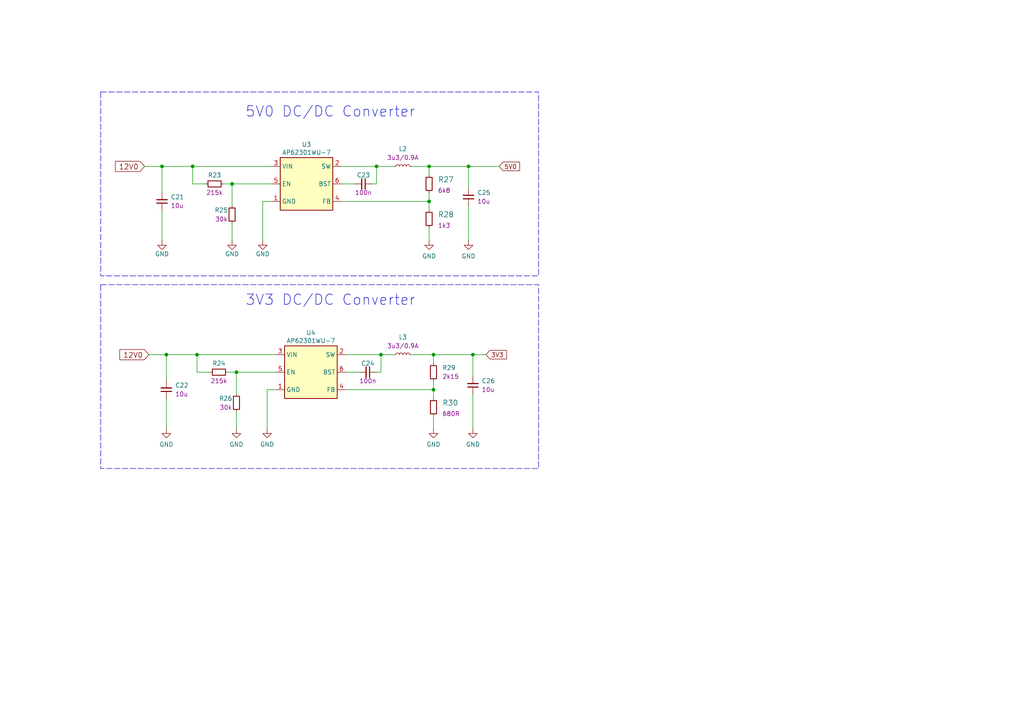
<source format=kicad_sch>
(kicad_sch (version 20230121) (generator eeschema)
  (paper "A4")
  (lib_symbols
    (symbol "antmicroCapacitors0402:C_100n_50V_X8L_0402" (pin_numbers hide) (pin_names hide)
      (property "Reference" "C" (at 15.24 -5.08 0))
      (property "Val" "100n" (at 15.24 -7.62 0))
      (symbol "C_100n_50V_X8L_0402_0_1"
        (polyline (pts (xy 2.032 -1.524) (xy 2.032 1.524)) (stroke (width 0.3048)))
        (polyline (pts (xy 3.048 -1.524) (xy 3.048 1.524)) (stroke (width 0.3302)))
      )
      (symbol "C_100n_50V_X8L_0402_1_1"
        (pin passive line (at 0 0 0) (length 2.032) (name "~") (number "1"))
        (pin passive line (at 5.08 0 180) (length 2.032) (name "~") (number "2"))
      )
    )
    (symbol "antmicroCapacitors0603:C_10u_25V_0603" (pin_numbers hide) (pin_names hide)
      (property "Reference" "C" (at 20.32 -5.08 0))
      (property "Val" "10u" (at 20.32 -7.62 0))
      (symbol "C_10u_25V_0603_0_1"
        (polyline (pts (xy 2.032 -1.524) (xy 2.032 1.524)) (stroke (width 0.3048)))
        (polyline (pts (xy 3.048 -1.524) (xy 3.048 1.524)) (stroke (width 0.3302)))
      )
      (symbol "C_10u_25V_0603_1_1"
        (pin passive line (at 0 0 0) (length 2.032) (name "~") (number "1"))
        (pin passive line (at 5.08 0 180) (length 2.032) (name "~") (number "2"))
      )
    )
    (symbol "antmicroDCDCConverters:AP62301_TSOT"
      (property "Reference" "U" (at 35.56 -2.54 0))
      (property "MPN" "AP62301WU-7" (at 35.56 -5.08 0))
      (symbol "AP62301_TSOT_1_1"
        (rectangle (start 2.54 2.54) (end 17.78 -12.7) (stroke (width 0.254)) (fill (type background)))
        (pin power_in line (at 0 -10.16 0) (length 2.54) (name "GND") (number "1"))
        (pin power_out line (at 20.32 0 180) (length 2.54) (name "SW") (number "2"))
        (pin power_in line (at 0 0 0) (length 2.54) (name "VIN") (number "3"))
        (pin input line (at 20.32 -10.16 180) (length 2.54) (name "FB") (number "4"))
        (pin input line (at 0 -5.08 0) (length 2.54) (name "EN") (number "5"))
        (pin output line (at 20.32 -5.08 180) (length 2.54) (name "BST") (number "6"))
      )
    )
    (symbol "antmicroFixedInductors:L_3u3_0.9A_0805" (pin_numbers hide) (pin_names hide)
      (property "Reference" "L" (at 13.97 0 0))
      (property "Val" "3u3/0.9A" (at 13.97 -5.08 0))
      (symbol "L_3u3_0.9A_0805_0_1"
        (arc (start 1.524 0) (mid 1.016 0.5058) (end 0.508 0))
        (arc (start 2.54 0) (mid 2.032 0.5058) (end 1.524 0))
        (arc (start 3.556 0) (mid 3.048 0.5058) (end 2.54 0))
        (arc (start 4.572 0) (mid 4.064 0.5058) (end 3.556 0))
      )
      (symbol "L_3u3_0.9A_0805_1_1"
        (pin passive line (at 0 0 0) (length 0.508) (name "~") (number "1"))
        (pin passive line (at 5.08 0 180) (length 0.508) (name "~") (number "2"))
      )
    )
    (symbol "antmicroResistors0402:R_1k3_0402" (pin_numbers hide) (pin_names hide)
      (property "Reference" "R" (at 20.32 -5.08 0))
      (property "Val" "1k3" (at 20.32 -7.62 0))
      (symbol "R_1k3_0402_0_1"
        (rectangle (start 0.635 0.889) (end 4.445 -0.889) (stroke (width 0.254)))
      )
      (symbol "R_1k3_0402_1_1"
        (pin passive line (at 0 0 0) (length 0.635) (name "~") (number "1"))
        (pin passive line (at 5.08 0 180) (length 0.635) (name "~") (number "2"))
      )
    )
    (symbol "antmicroResistors0402:R_215k_0402" (pin_numbers hide) (pin_names hide)
      (property "Reference" "R" (at 20.32 -5.08 0))
      (property "Val" "215k" (at 20.32 -7.62 0))
      (symbol "R_215k_0402_0_1"
        (rectangle (start 0.635 0.889) (end 4.445 -0.889) (stroke (width 0.254)))
      )
      (symbol "R_215k_0402_1_1"
        (pin passive line (at 0 0 0) (length 0.635) (name "~") (number "1"))
        (pin passive line (at 5.08 0 180) (length 0.635) (name "~") (number "2"))
      )
    )
    (symbol "antmicroResistors0402:R_2k15_0402" (pin_numbers hide) (pin_names hide)
      (property "Reference" "R" (at 20.32 -5.08 0))
      (property "MPN" "CRCW04022K00FKED" (at 27.94 -6.35 0))
      (property "Val" "2k15" (at 22.86 -8.89 0))
      (symbol "R_2k15_0402_0_1"
        (rectangle (start 0.635 0.889) (end 4.445 -0.889) (stroke (width 0.254)))
      )
      (symbol "R_2k15_0402_1_1"
        (pin passive line (at 0 0 0) (length 0.635) (name "~") (number "1"))
        (pin passive line (at 5.08 0 180) (length 0.635) (name "~") (number "2"))
      )
    )
    (symbol "antmicroResistors0402:R_30k_0402" (pin_numbers hide) (pin_names hide)
      (property "Reference" "R" (at 20.32 -5.08 0))
      (property "Val" "30k" (at 20.32 -7.62 0))
      (symbol "R_30k_0402_0_1"
        (rectangle (start 0.635 0.889) (end 4.445 -0.889) (stroke (width 0.254)))
      )
      (symbol "R_30k_0402_1_1"
        (pin passive line (at 0 0 0) (length 0.635) (name "~") (number "1"))
        (pin passive line (at 5.08 0 180) (length 0.635) (name "~") (number "2"))
      )
    )
    (symbol "antmicroResistors0402:R_680R_0402" (pin_numbers hide) (pin_names hide)
      (property "Reference" "R" (at 20.32 -5.08 0))
      (property "Val" "680R" (at 20.32 -7.62 0))
      (symbol "R_680R_0402_0_1"
        (rectangle (start 0.635 0.889) (end 4.445 -0.889) (stroke (width 0.254)))
      )
      (symbol "R_680R_0402_1_1"
        (pin passive line (at 0 0 0) (length 0.635) (name "~") (number "1"))
        (pin passive line (at 5.08 0 180) (length 0.635) (name "~") (number "2"))
      )
    )
    (symbol "antmicroResistors0402:R_6k8_0402" (pin_numbers hide) (pin_names hide)
      (property "Reference" "R" (at 20.32 -5.08 0))
      (property "Val" "6k8" (at 20.32 -7.62 0))
      (symbol "R_6k8_0402_0_1"
        (rectangle (start 0.635 0.889) (end 4.445 -0.889) (stroke (width 0.254)))
      )
      (symbol "R_6k8_0402_1_1"
        (pin passive line (at 0 0 0) (length 0.635) (name "~") (number "1"))
        (pin passive line (at 5.08 0 180) (length 0.635) (name "~") (number "2"))
      )
    )
    (symbol "antmicropower:GND" (power) (pin_numbers hide) (pin_names hide)
      (property "Value" "GND" (at 8.89 -5.08 0))
      (symbol "GND_1_1"
        (polyline (pts (xy 0 0) (xy 0 -1.27) (xy 1.27 -1.27) (xy 0 -2.54) (xy -1.27 -1.27) (xy 0 -1.27)))
        (pin power_in line (at 0 0 270) (length 0) (name "GND") (number "1"))
      )
    )
  )
  (junction (at 110.49 102.87))
  (junction (at 137.16 102.87))
  (junction (at 67.31 53.34))
  (junction (at 125.73 113.03))
  (junction (at 125.73 102.87))
  (junction (at 57.15 102.87))
  (junction (at 124.46 48.26))
  (junction (at 109.22 48.26))
  (junction (at 55.88 48.26))
  (junction (at 124.46 58.42))
  (junction (at 46.99 48.26))
  (junction (at 135.89 48.26))
  (junction (at 48.26 102.87))
  (junction (at 68.58 107.95))
  (wire (pts (xy 125.73 102.87) (xy 125.73 105.41)))
  (wire (pts (xy 77.47 113.03) (xy 80.01 113.03)))
  (wire (pts (xy 135.89 48.26) (xy 144.78 48.26)))
  (wire (pts (xy 76.2 69.85) (xy 76.2 58.42)))
  (wire (pts (xy 68.58 107.95) (xy 68.58 114.3)))
  (wire (pts (xy 100.33 113.03) (xy 125.73 113.03)))
  (wire (pts (xy 125.73 120.65) (xy 125.73 124.46)))
  (wire (pts (xy 125.73 110.49) (xy 125.73 113.03)))
  (wire (pts (xy 46.99 55.88) (xy 46.99 48.26)))
  (wire (pts (xy 107.95 53.34) (xy 109.22 53.34)))
  (wire (pts (xy 55.88 48.26) (xy 78.74 48.26)))
  (wire (pts (xy 110.49 102.87) (xy 114.3 102.87)))
  (wire (pts (xy 99.06 53.34) (xy 102.87 53.34)))
  (wire (pts (xy 135.89 54.61) (xy 135.89 48.26)))
  (wire (pts (xy 55.88 53.34) (xy 55.88 48.26)))
  (wire (pts (xy 57.15 107.95) (xy 57.15 102.87)))
  (wire (pts (xy 109.22 107.95) (xy 110.49 107.95)))
  (wire (pts (xy 68.58 107.95) (xy 80.01 107.95)))
  (wire (pts (xy 109.22 48.26) (xy 109.22 53.34)))
  (wire (pts (xy 137.16 114.3) (xy 137.16 124.46)))
  (wire (pts (xy 48.26 102.87) (xy 57.15 102.87)))
  (wire (pts (xy 60.96 107.95) (xy 57.15 107.95)))
  (wire (pts (xy 137.16 109.22) (xy 137.16 102.87)))
  (wire (pts (xy 100.33 102.87) (xy 110.49 102.87)))
  (wire (pts (xy 67.31 53.34) (xy 67.31 59.69)))
  (wire (pts (xy 119.38 102.87) (xy 125.73 102.87)))
  (wire (pts (xy 125.73 102.87) (xy 137.16 102.87)))
  (wire (pts (xy 48.26 110.49) (xy 48.26 102.87)))
  (wire (pts (xy 68.58 119.38) (xy 68.58 124.46)))
  (wire (pts (xy 137.16 102.87) (xy 140.97 102.87)))
  (wire (pts (xy 99.06 48.26) (xy 109.22 48.26)))
  (wire (pts (xy 67.31 53.34) (xy 78.74 53.34)))
  (wire (pts (xy 124.46 48.26) (xy 124.46 50.8)))
  (wire (pts (xy 59.69 53.34) (xy 55.88 53.34)))
  (wire (pts (xy 135.89 59.69) (xy 135.89 69.85)))
  (wire (pts (xy 119.38 48.26) (xy 124.46 48.26)))
  (wire (pts (xy 77.47 124.46) (xy 77.47 113.03)))
  (wire (pts (xy 100.33 107.95) (xy 104.14 107.95)))
  (wire (pts (xy 124.46 48.26) (xy 135.89 48.26)))
  (wire (pts (xy 64.77 53.34) (xy 67.31 53.34)))
  (wire (pts (xy 48.26 102.87) (xy 43.18 102.87)))
  (wire (pts (xy 109.22 48.26) (xy 114.3 48.26)))
  (wire (pts (xy 76.2 58.42) (xy 78.74 58.42)))
  (wire (pts (xy 57.15 102.87) (xy 80.01 102.87)))
  (wire (pts (xy 124.46 58.42) (xy 124.46 55.88)))
  (wire (pts (xy 124.46 60.96) (xy 124.46 58.42)))
  (wire (pts (xy 46.99 60.96) (xy 46.99 69.85)))
  (wire (pts (xy 110.49 102.87) (xy 110.49 107.95)))
  (wire (pts (xy 67.31 64.77) (xy 67.31 69.85)))
  (wire (pts (xy 125.73 113.03) (xy 125.73 115.57)))
  (wire (pts (xy 66.04 107.95) (xy 68.58 107.95)))
  (wire (pts (xy 124.46 66.04) (xy 124.46 69.85)))
  (wire (pts (xy 48.26 115.57) (xy 48.26 124.46)))
  (wire (pts (xy 46.99 48.26) (xy 41.91 48.26)))
  (wire (pts (xy 99.06 58.42) (xy 124.46 58.42)))
  (wire (pts (xy 46.99 48.26) (xy 55.88 48.26)))
  (rectangle (start 29.21 26.67) (end 156.21 80.01) (stroke (width 0) (type dash)))
  (rectangle (start 29.21 82.55) (end 156.21 135.89) (stroke (width 0) (type dash)))
  (text "5V0 DC/DC Converter" (at 71.12 34.29 0) (effects (font (size 2.9972 2.9972)) (justify left bottom)))
  (text "3V3 DC/DC Converter" (at 71.12 88.9 0) (effects (font (size 2.9972 2.9972)) (justify left bottom)))
  (global_label "12V0" (shape input) (at 41.91 48.26 180) (effects (font (size 1.4986 1.4986))) (property "Intersheetrefs" "${INTERSHEET_REFS}" (effects hide)))
  (global_label "12V0" (shape input) (at 43.18 102.87 180) (effects (font (size 1.4986 1.4986))) (property "Intersheetrefs" "${INTERSHEET_REFS}" (effects hide)))
  (global_label "3V3" (shape input) (at 140.97 102.87 0) (property "Intersheetrefs" "${INTERSHEET_REFS}" (effects hide)))
  (global_label "5V0" (shape input) (at 144.78 48.26 0) (property "Intersheetrefs" "${INTERSHEET_REFS}" (effects hide)))
  (symbol (lib_id "antmicropower:GND") (at 48.26 124.46 0) (unit 1)
    (property "Reference" "#PWR036" (effects hide))
    (property "Value" "GND" (at 48.26 128.905 0))
    (property "Author" "Antmicro" (effects hide))
    (property "License" "Apache-2.0" (effects hide))
  )
  (symbol (lib_id "antmicropower:GND") (at 46.99 69.85 0) (unit 1)
    (property "Reference" "#PWR035" (effects hide))
    (property "Value" "GND" (at 46.99 73.66 0))
    (property "Author" "Antmicro" (effects hide))
    (property "License" "Apache-2.0" (effects hide))
  )
  (symbol (lib_id "antmicroResistors0402:R_30k_0402") (at 68.58 119.38 90) (unit 1)
    (property "Reference" "R26" (at 63.5 115.57 90) (effects (justify right)))
    (property "Value" "R_30R_0402" (effects hide))
    (property "Footprint" "antmicro-footprints:R_0402_1005Metric" (effects hide))
    (property "Datasheet" "https://www.bourns.com/docs/product-datasheets/cr.pdf" (effects hide))
    (property "MPN" "CR0402-FX-3002GLF" (effects hide))
    (property "Manufacturer" "Bourns" (effects hide))
    (property "License" "Apache-2.0" (effects hide))
    (property "Author" "Antmicro" (effects hide))
    (property "Val" "30k" (at 67.31 117.475 90) (effects (justify left bottom)))
    (property "Tolerance" "1%" (effects hide))
  )
  (symbol (lib_id "antmicroFixedInductors:L_3u3_0.9A_0805") (at 114.3 48.26 0) (unit 1)
    (property "Reference" "L2" (at 116.84 43.18 0))
    (property "Value" "L_3u3_0.9A_0805" (effects hide))
    (property "Footprint" "antmicro-footprints:L_0805_2012Metric" (effects hide))
    (property "Datasheet" "https://product.tdk.com/en/system/files?file=dam/doc/product/inductor/inductor/smd/catalog/inductor_commercial_power_mlp2012_en.pdf" (effects hide))
    (property "Val" "3u3/0.9A" (at 116.84 45.72 0))
    (property "Manufacturer" "TDK" (effects hide))
    (property "MPN" "MLP2012S3R3MT" (effects hide))
    (property "ISat" "0.9 A" (effects hide))
    (property "IMax" "0.9 A" (effects hide))
    (property "Size" "2.0x1.2" (effects hide))
    (property "Author" "Antmicro" (effects hide))
    (property "License" "Apache-2.0" (effects hide))
  )
  (symbol (lib_id "antmicroResistors0402:R_680R_0402") (at 125.73 115.57 270) (unit 1)
    (property "Reference" "R30" (at 128.27 116.84 90) (effects (font (size 1.524 1.524)) (justify left)))
    (property "Value" "R_680R_0402" (effects hide))
    (property "Footprint" "antmicro-footprints:R_0402_1005Metric" (effects hide))
    (property "Datasheet" "https://www.bourns.com/docs/product-datasheets/cr.pdf" (effects hide))
    (property "Manufacturer" "Bourns" (effects hide))
    (property "MPN" "CR0402-FX-6800GLF" (effects hide))
    (property "Val" "680R" (at 128.27 120.0149 90) (effects (justify left)))
    (property "License" "Apache-2.0" (effects hide))
    (property "Author" "Antmicro" (effects hide))
    (property "Tolerance" "1%" (effects hide))
  )
  (symbol (lib_id "antmicroCapacitors0402:C_100n_50V_X8L_0402") (at 109.22 107.95 180) (unit 1)
    (property "Reference" "C24" (at 106.68 105.41 0))
    (property "Value" "C_100n_50V_X8L_0402" (effects hide))
    (property "Footprint" "antmicro-footprints:C_0402_1005Metric" (effects hide))
    (property "Datasheet" "https://www.mouser.com/datasheet/2/281/1/GCM155L8EH104KE07_01A-3142095.pdf" (effects hide))
    (property "MPN" "GCM155L8EH104KE07D" (effects hide))
    (property "Val" "100n" (at 106.68 110.49 0))
    (property "Voltage" "50V" (effects hide))
    (property "Dielectric" "X8L" (effects hide))
    (property "Manufacturer" "Murata" (effects hide))
    (property "License" "Apache-2.0" (effects hide))
    (property "Author" "Antmicro" (effects hide))
  )
  (symbol (lib_id "antmicroResistors0402:R_215k_0402") (at 59.69 53.34 0) (unit 1)
    (property "Reference" "R23" (at 62.23 50.8 0))
    (property "Value" "R_215k_0402" (effects hide))
    (property "Footprint" "antmicro-footprints:R_0402_1005Metric" (effects hide))
    (property "Datasheet" "https://www.bourns.com/docs/product-datasheets/cr.pdf" (effects hide))
    (property "MPN" "CR0402-FX-2153GLF" (effects hide))
    (property "Manufacturer" "Bourns" (effects hide))
    (property "License" "Apache-2.0" (effects hide))
    (property "Author" "Antmicro" (effects hide))
    (property "Val" "215k" (at 62.23 55.88 0))
    (property "Tolerance" "1%" (effects hide))
  )
  (symbol (lib_id "antmicroCapacitors0402:C_100n_50V_X8L_0402") (at 107.95 53.34 180) (unit 1)
    (property "Reference" "C23" (at 105.41 50.8 0))
    (property "Value" "C_100n_50V_X8L_0402" (effects hide))
    (property "Footprint" "antmicro-footprints:C_0402_1005Metric" (effects hide))
    (property "Datasheet" "https://www.mouser.com/datasheet/2/281/1/GCM155L8EH104KE07_01A-3142095.pdf" (effects hide))
    (property "MPN" "GCM155L8EH104KE07D" (effects hide))
    (property "Val" "100n" (at 105.41 55.88 0))
    (property "Voltage" "50V" (effects hide))
    (property "Dielectric" "X8L" (effects hide))
    (property "Manufacturer" "Murata" (effects hide))
    (property "License" "Apache-2.0" (effects hide))
    (property "Author" "Antmicro" (effects hide))
  )
  (symbol (lib_id "antmicropower:GND") (at 68.58 124.46 0) (unit 1)
    (property "Reference" "#PWR038" (effects hide))
    (property "Value" "GND" (at 68.58 128.905 0))
    (property "Author" "Antmicro" (effects hide))
    (property "License" "Apache-2.0" (effects hide))
  )
  (symbol (lib_id "antmicroCapacitors0603:C_10u_25V_0603") (at 48.26 115.57 90) (unit 1)
    (property "Reference" "C22" (at 50.8 111.7536 90) (effects (justify right)))
    (property "Value" "C_10u_25V_0603" (effects hide))
    (property "Footprint" "antmicro-footprints:C_0603_1608Metric" (effects hide))
    (property "Datasheet" "https://product.tdk.com/en/search/capacitor/ceramic/mlcc/info?part_no=C1608X5R1E106M080AC" (effects hide))
    (property "MPN" "C1608X5R1E106M080AC" (effects hide))
    (property "Manufacturer" "TDK" (effects hide))
    (property "License" "Apache-2.0" (effects hide))
    (property "Author" "Antmicro" (effects hide))
    (property "Val" "10u" (at 50.8 114.2936 90) (effects (justify right)))
    (property "Voltage" "25V" (effects hide))
  )
  (symbol (lib_id "antmicropower:GND") (at 76.2 69.85 0) (unit 1)
    (property "Reference" "#PWR039" (effects hide))
    (property "Value" "GND" (at 76.2 73.66 0))
    (property "Author" "Antmicro" (effects hide))
    (property "License" "Apache-2.0" (effects hide))
  )
  (symbol (lib_id "antmicropower:GND") (at 135.89 69.85 0) (unit 1)
    (property "Reference" "#PWR043" (effects hide))
    (property "Value" "GND" (at 135.89 74.295 0))
    (property "Author" "Antmicro" (effects hide))
    (property "License" "Apache-2.0" (effects hide))
  )
  (symbol (lib_id "antmicropower:GND") (at 124.46 69.85 0) (unit 1)
    (property "Reference" "#PWR041" (effects hide))
    (property "Value" "GND" (at 124.46 74.295 0))
    (property "Author" "Antmicro" (effects hide))
    (property "License" "Apache-2.0" (effects hide))
  )
  (symbol (lib_id "antmicroCapacitors0603:C_10u_25V_0603") (at 135.89 59.69 90) (unit 1)
    (property "Reference" "C25" (at 138.43 55.8736 90) (effects (justify right)))
    (property "Value" "C_10u_25V_0603" (effects hide))
    (property "Footprint" "antmicro-footprints:C_0603_1608Metric" (effects hide))
    (property "Datasheet" "https://product.tdk.com/en/search/capacitor/ceramic/mlcc/info?part_no=C1608X5R1E106M080AC" (effects hide))
    (property "MPN" "C1608X5R1E106M080AC" (effects hide))
    (property "Manufacturer" "TDK" (effects hide))
    (property "License" "Apache-2.0" (effects hide))
    (property "Author" "Antmicro" (effects hide))
    (property "Val" "10u" (at 138.43 58.4136 90) (effects (justify right)))
    (property "Voltage" "25V" (effects hide))
  )
  (symbol (lib_id "antmicroResistors0402:R_30k_0402") (at 67.31 64.77 90) (unit 1)
    (property "Reference" "R25" (at 62.23 60.96 90) (effects (justify right)))
    (property "Value" "R_30R_0402" (effects hide))
    (property "Footprint" "antmicro-footprints:R_0402_1005Metric" (effects hide))
    (property "Datasheet" "https://www.bourns.com/docs/product-datasheets/cr.pdf" (effects hide))
    (property "MPN" "CR0402-FX-3002GLF" (effects hide))
    (property "Manufacturer" "Bourns" (effects hide))
    (property "License" "Apache-2.0" (effects hide))
    (property "Author" "Antmicro" (effects hide))
    (property "Val" "30k" (at 66.04 62.865 90) (effects (justify left bottom)))
    (property "Tolerance" "1%" (effects hide))
  )
  (symbol (lib_id "antmicropower:GND") (at 137.16 124.46 0) (unit 1)
    (property "Reference" "#PWR044" (effects hide))
    (property "Value" "GND" (at 137.16 128.905 0))
    (property "Author" "Antmicro" (effects hide))
    (property "License" "Apache-2.0" (effects hide))
  )
  (symbol (lib_id "antmicroFixedInductors:L_3u3_0.9A_0805") (at 114.3 102.87 0) (unit 1)
    (property "Reference" "L3" (at 116.84 97.79 0))
    (property "Value" "L_3u3_0.9A_0805" (effects hide))
    (property "Footprint" "antmicro-footprints:L_0805_2012Metric" (effects hide))
    (property "Datasheet" "https://product.tdk.com/en/system/files?file=dam/doc/product/inductor/inductor/smd/catalog/inductor_commercial_power_mlp2012_en.pdf" (effects hide))
    (property "Val" "3u3/0.9A" (at 116.84 100.33 0))
    (property "Manufacturer" "TDK" (effects hide))
    (property "MPN" "MLP2012S3R3MT" (effects hide))
    (property "ISat" "0.9 A" (effects hide))
    (property "IMax" "0.9 A" (effects hide))
    (property "Size" "2.0x1.2" (effects hide))
    (property "Author" "Antmicro" (effects hide))
    (property "License" "Apache-2.0" (effects hide))
  )
  (symbol (lib_id "antmicroDCDCConverters:AP62301_TSOT") (at 78.74 48.26 0) (unit 1)
    (property "Reference" "U3" (at 88.9 41.91 0))
    (property "Value" "AP62301WU-7" (at 88.9 44.2214 0))
    (property "Footprint" "antmicro-footprints:TSOT23-6" (effects hide))
    (property "Datasheet" "https://www.diodes.com/assets/Datasheets/AP62300_AP62301_AP62300T.pdf" (effects hide))
    (property "MPN" "AP62301WU-7" (effects hide))
    (property "Manufacturer" "Diodes Incorporated" (effects hide))
    (property "Author" "Antmicro" (effects hide))
    (property "License" "Apache-2.0" (effects hide))
  )
  (symbol (lib_id "antmicroCapacitors0603:C_10u_25V_0603") (at 137.16 114.3 90) (unit 1)
    (property "Reference" "C26" (at 139.7 110.4836 90) (effects (justify right)))
    (property "Value" "C_10u_25V_0603" (effects hide))
    (property "Footprint" "antmicro-footprints:C_0603_1608Metric" (effects hide))
    (property "Datasheet" "https://product.tdk.com/en/search/capacitor/ceramic/mlcc/info?part_no=C1608X5R1E106M080AC" (effects hide))
    (property "MPN" "C1608X5R1E106M080AC" (effects hide))
    (property "Manufacturer" "TDK" (effects hide))
    (property "License" "Apache-2.0" (effects hide))
    (property "Author" "Antmicro" (effects hide))
    (property "Val" "10u" (at 139.7 113.0236 90) (effects (justify right)))
    (property "Voltage" "25V" (effects hide))
  )
  (symbol (lib_id "antmicroResistors0402:R_215k_0402") (at 60.96 107.95 0) (unit 1)
    (property "Reference" "R24" (at 63.5 105.41 0))
    (property "Value" "R_215k_0402" (effects hide))
    (property "Footprint" "antmicro-footprints:R_0402_1005Metric" (effects hide))
    (property "Datasheet" "https://www.bourns.com/docs/product-datasheets/cr.pdf" (effects hide))
    (property "MPN" "CR0402-FX-2153GLF" (effects hide))
    (property "Manufacturer" "Bourns" (effects hide))
    (property "License" "Apache-2.0" (effects hide))
    (property "Author" "Antmicro" (effects hide))
    (property "Val" "215k" (at 63.5 110.49 0))
    (property "Tolerance" "1%" (effects hide))
  )
  (symbol (lib_id "antmicropower:GND") (at 67.31 69.85 0) (unit 1)
    (property "Reference" "#PWR037" (effects hide))
    (property "Value" "GND" (at 67.31 73.66 0))
    (property "Author" "Antmicro" (effects hide))
    (property "License" "Apache-2.0" (effects hide))
  )
  (symbol (lib_id "antmicroResistors0402:R_6k8_0402") (at 124.46 50.8 270) (unit 1)
    (property "Reference" "R27" (at 127 52.07 90) (effects (font (size 1.524 1.524)) (justify left)))
    (property "Value" "R_6k8_0402" (effects hide))
    (property "Footprint" "antmicro-footprints:R_0402_1005Metric" (effects hide))
    (property "Datasheet" "https://www.bourns.com/docs/product-datasheets/cr.pdf" (effects hide))
    (property "Manufacturer" "Bourns" (effects hide))
    (property "MPN" "CR0402-FX-6801GLF" (effects hide))
    (property "Val" "6k8" (at 127 55.2449 90) (effects (justify left)))
    (property "License" "Apache-2.0" (effects hide))
    (property "Author" "Antmicro" (effects hide))
    (property "Tolerance" "1%" (effects hide))
  )
  (symbol (lib_id "antmicroDCDCConverters:AP62301_TSOT") (at 80.01 102.87 0) (unit 1)
    (property "Reference" "U4" (at 90.17 96.52 0))
    (property "Value" "AP62301WU-7" (at 90.17 98.8314 0))
    (property "Footprint" "antmicro-footprints:TSOT23-6" (effects hide))
    (property "Datasheet" "https://www.diodes.com/assets/Datasheets/AP62300_AP62301_AP62300T.pdf" (effects hide))
    (property "MPN" "AP62301WU-7" (effects hide))
    (property "Manufacturer" "Diodes Incorporated" (effects hide))
    (property "Author" "Antmicro" (effects hide))
    (property "License" "Apache-2.0" (effects hide))
  )
  (symbol (lib_id "antmicropower:GND") (at 125.73 124.46 0) (unit 1)
    (property "Reference" "#PWR042" (effects hide))
    (property "Value" "GND" (at 125.73 128.905 0))
    (property "Author" "Antmicro" (effects hide))
    (property "License" "Apache-2.0" (effects hide))
  )
  (symbol (lib_id "antmicroCapacitors0603:C_10u_25V_0603") (at 46.99 60.96 90) (unit 1)
    (property "Reference" "C21" (at 49.53 57.1436 90) (effects (justify right)))
    (property "Value" "C_10u_25V_0603" (effects hide))
    (property "Footprint" "antmicro-footprints:C_0603_1608Metric" (effects hide))
    (property "Datasheet" "https://product.tdk.com/en/search/capacitor/ceramic/mlcc/info?part_no=C1608X5R1E106M080AC" (effects hide))
    (property "MPN" "C1608X5R1E106M080AC" (effects hide))
    (property "Manufacturer" "TDK" (effects hide))
    (property "License" "Apache-2.0" (effects hide))
    (property "Author" "Antmicro" (effects hide))
    (property "Val" "10u" (at 49.53 59.6836 90) (effects (justify right)))
    (property "Voltage" "25V" (effects hide))
  )
  (symbol (lib_id "antmicropower:GND") (at 77.47 124.46 0) (unit 1)
    (property "Reference" "#PWR040" (effects hide))
    (property "Value" "GND" (at 77.47 128.905 0))
    (property "Author" "Antmicro" (effects hide))
    (property "License" "Apache-2.0" (effects hide))
  )
  (symbol (lib_id "antmicroResistors0402:R_1k3_0402") (at 124.46 60.96 270) (unit 1)
    (property "Reference" "R28" (at 127 62.23 90) (effects (font (size 1.524 1.524)) (justify left)))
    (property "Value" "R_1k3_0402" (effects hide))
    (property "Footprint" "antmicro-footprints:R_0402_1005Metric" (effects hide))
    (property "Datasheet" "https://www.bourns.com/docs/product-datasheets/cr.pdf" (effects hide))
    (property "Manufacturer" "Bourns" (effects hide))
    (property "MPN" "CR0402-FX-1301GLF" (effects hide))
    (property "Val" "1k3" (at 127 65.4049 90) (effects (justify left)))
    (property "License" "Apache-2.0" (effects hide))
    (property "Author" "Antmicro" (effects hide))
    (property "Tolerance" "1%" (effects hide))
  )
  (symbol (lib_id "antmicroResistors0402:R_2k15_0402") (at 125.73 110.49 90) (unit 1)
    (property "Reference" "R29" (at 128.27 106.68 90) (effects (justify right)))
    (property "Value" "R_template_name_0402" (effects hide))
    (property "Footprint" "antmicro-footprints:R_0402_1005Metric" (effects hide))
    (property "Datasheet" "template_datasheet" (effects hide))
    (property "MPN" "CRCW04022K00FKED" (effects hide))
    (property "Val" "2k15" (at 128.27 109.22 90) (effects (justify right)))
    (property "Manufacturer" "template_manufacturer" (effects hide))
    (property "License" "Apache-2.0" (effects hide))
    (property "Author" "Antmicro" (effects hide))
    (property "Tolerance" "template_tolerance" (effects hide))
  )
)
</source>
